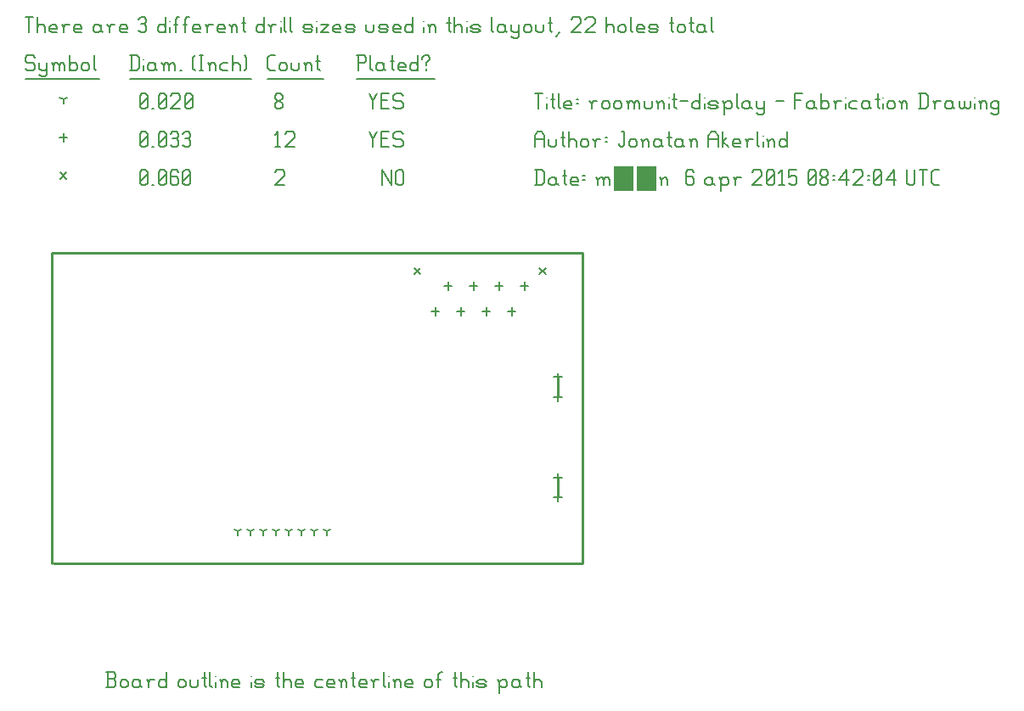
<source format=gbr>
G04 start of page 13 for group -3984 idx -3984 *
G04 Title: roomunit-display, fab *
G04 Creator: pcb 1.99z *
G04 CreationDate: mån  6 apr 2015 08:42:04 UTC *
G04 For: jonatan *
G04 Format: Gerber/RS-274X *
G04 PCB-Dimensions (mm): 60.00 42.00 *
G04 PCB-Coordinate-Origin: lower left *
%MOMM*%
%FSLAX43Y43*%
%LNFAB*%
%ADD57C,0.002*%
%ADD56C,0.254*%
%ADD55C,0.191*%
%ADD54C,0.152*%
%ADD53C,0.203*%
G54D53*X38786Y39460D02*X39395Y38850D01*
X38786D02*X39395Y39460D01*
X51283D02*X51892Y38850D01*
X51283D02*X51892Y39460D01*
X3505Y48972D02*X4115Y48363D01*
X3505D02*X4115Y48972D01*
G54D54*X35560Y49239D02*Y47715D01*
Y49239D02*X36512Y47715D01*
Y49239D02*Y47715D01*
X36970Y49048D02*Y47906D01*
Y49048D02*X37160Y49239D01*
X37541D01*
X37732Y49048D01*
Y47906D01*
X37541Y47715D02*X37732Y47906D01*
X37160Y47715D02*X37541D01*
X36970Y47906D02*X37160Y47715D01*
X24892Y49048D02*X25082Y49239D01*
X25654D01*
X25844Y49048D01*
Y48668D01*
X24892Y47715D02*X25844Y48668D01*
X24892Y47715D02*X25844D01*
X11430Y47906D02*X11620Y47715D01*
X11430Y49048D02*Y47906D01*
Y49048D02*X11620Y49239D01*
X12002D01*
X12192Y49048D01*
Y47906D01*
X12002Y47715D02*X12192Y47906D01*
X11620Y47715D02*X12002D01*
X11430Y48096D02*X12192Y48858D01*
X12649Y47715D02*X12840D01*
X13297Y47906D02*X13487Y47715D01*
X13297Y49048D02*Y47906D01*
Y49048D02*X13487Y49239D01*
X13868D01*
X14059Y49048D01*
Y47906D01*
X13868Y47715D02*X14059Y47906D01*
X13487Y47715D02*X13868D01*
X13297Y48096D02*X14059Y48858D01*
X15088Y49239D02*X15278Y49048D01*
X14707Y49239D02*X15088D01*
X14516Y49048D02*X14707Y49239D01*
X14516Y49048D02*Y47906D01*
X14707Y47715D01*
X15088Y48553D02*X15278Y48363D01*
X14516Y48553D02*X15088D01*
X14707Y47715D02*X15088D01*
X15278Y47906D01*
Y48363D02*Y47906D01*
X15735D02*X15926Y47715D01*
X15735Y49048D02*Y47906D01*
Y49048D02*X15926Y49239D01*
X16307D01*
X16497Y49048D01*
Y47906D01*
X16307Y47715D02*X16497Y47906D01*
X15926Y47715D02*X16307D01*
X15735Y48096D02*X16497Y48858D01*
X42164Y38088D02*Y37276D01*
X41758Y37682D02*X42570D01*
X44704Y38088D02*Y37276D01*
X44298Y37682D02*X45110D01*
X47244Y38088D02*Y37276D01*
X46838Y37682D02*X47650D01*
X49784Y38088D02*Y37276D01*
X49378Y37682D02*X50190D01*
X43434Y35548D02*Y34736D01*
X43028Y35142D02*X43840D01*
X45974Y35548D02*Y34736D01*
X45568Y35142D02*X46380D01*
X48514Y35548D02*Y34736D01*
X48108Y35142D02*X48920D01*
X40894Y35548D02*Y34736D01*
X40488Y35142D02*X41300D01*
X53109Y28977D02*Y28165D01*
X52703Y28571D02*X53515D01*
X53109Y26977D02*Y26165D01*
X52703Y26571D02*X53515D01*
X53109Y18977D02*Y18165D01*
X52703Y18571D02*X53515D01*
X53109Y16977D02*Y16165D01*
X52703Y16571D02*X53515D01*
X3810Y52884D02*Y52071D01*
X3404Y52478D02*X4216D01*
X34290Y53049D02*X34671Y52287D01*
X35052Y53049D01*
X34671Y52287D02*Y51525D01*
X35509Y52363D02*X36081D01*
X35509Y51525D02*X36271D01*
X35509Y53049D02*Y51525D01*
Y53049D02*X36271D01*
X37490D02*X37681Y52858D01*
X36919Y53049D02*X37490D01*
X36728Y52858D02*X36919Y53049D01*
X36728Y52858D02*Y52478D01*
X36919Y52287D01*
X37490D01*
X37681Y52096D01*
Y51716D01*
X37490Y51525D02*X37681Y51716D01*
X36919Y51525D02*X37490D01*
X36728Y51716D02*X36919Y51525D01*
X24892Y52744D02*X25197Y53049D01*
Y51525D01*
X24892D02*X25464D01*
X25921Y52858D02*X26111Y53049D01*
X26683D01*
X26873Y52858D01*
Y52478D01*
X25921Y51525D02*X26873Y52478D01*
X25921Y51525D02*X26873D01*
X11430Y51716D02*X11620Y51525D01*
X11430Y52858D02*Y51716D01*
Y52858D02*X11620Y53049D01*
X12002D01*
X12192Y52858D01*
Y51716D01*
X12002Y51525D02*X12192Y51716D01*
X11620Y51525D02*X12002D01*
X11430Y51906D02*X12192Y52668D01*
X12649Y51525D02*X12840D01*
X13297Y51716D02*X13487Y51525D01*
X13297Y52858D02*Y51716D01*
Y52858D02*X13487Y53049D01*
X13868D01*
X14059Y52858D01*
Y51716D01*
X13868Y51525D02*X14059Y51716D01*
X13487Y51525D02*X13868D01*
X13297Y51906D02*X14059Y52668D01*
X14516Y52858D02*X14707Y53049D01*
X15088D01*
X15278Y52858D01*
X15088Y51525D02*X15278Y51716D01*
X14707Y51525D02*X15088D01*
X14516Y51716D02*X14707Y51525D01*
Y52363D02*X15088D01*
X15278Y52858D02*Y52554D01*
Y52173D02*Y51716D01*
Y52173D02*X15088Y52363D01*
X15278Y52554D02*X15088Y52363D01*
X15735Y52858D02*X15926Y53049D01*
X16307D01*
X16497Y52858D01*
X16307Y51525D02*X16497Y51716D01*
X15926Y51525D02*X16307D01*
X15735Y51716D02*X15926Y51525D01*
Y52363D02*X16307D01*
X16497Y52858D02*Y52554D01*
Y52173D02*Y51716D01*
Y52173D02*X16307Y52363D01*
X16497Y52554D02*X16307Y52363D01*
X30099Y13171D02*Y12765D01*
Y13171D02*X30451Y13374D01*
X30099Y13171D02*X29747Y13374D01*
X28829Y13171D02*Y12765D01*
Y13171D02*X29181Y13374D01*
X28829Y13171D02*X28477Y13374D01*
X27559Y13171D02*Y12765D01*
Y13171D02*X27911Y13374D01*
X27559Y13171D02*X27207Y13374D01*
X26289Y13171D02*Y12765D01*
Y13171D02*X26641Y13374D01*
X26289Y13171D02*X25937Y13374D01*
X25019Y13171D02*Y12765D01*
Y13171D02*X25371Y13374D01*
X25019Y13171D02*X24667Y13374D01*
X23749Y13171D02*Y12765D01*
Y13171D02*X24101Y13374D01*
X23749Y13171D02*X23397Y13374D01*
X22479Y13171D02*Y12765D01*
Y13171D02*X22831Y13374D01*
X22479Y13171D02*X22127Y13374D01*
X21209Y13171D02*Y12765D01*
Y13171D02*X21561Y13374D01*
X21209Y13171D02*X20857Y13374D01*
X3810Y56288D02*Y55881D01*
Y56288D02*X4162Y56491D01*
X3810Y56288D02*X3458Y56491D01*
X34290Y56859D02*X34671Y56097D01*
X35052Y56859D01*
X34671Y56097D02*Y55335D01*
X35509Y56173D02*X36081D01*
X35509Y55335D02*X36271D01*
X35509Y56859D02*Y55335D01*
Y56859D02*X36271D01*
X37490D02*X37681Y56668D01*
X36919Y56859D02*X37490D01*
X36728Y56668D02*X36919Y56859D01*
X36728Y56668D02*Y56288D01*
X36919Y56097D01*
X37490D01*
X37681Y55906D01*
Y55526D01*
X37490Y55335D02*X37681Y55526D01*
X36919Y55335D02*X37490D01*
X36728Y55526D02*X36919Y55335D01*
X24892Y55526D02*X25082Y55335D01*
X24892Y55830D02*Y55526D01*
Y55830D02*X25159Y56097D01*
X25387D01*
X25654Y55830D01*
Y55526D01*
X25464Y55335D02*X25654Y55526D01*
X25082Y55335D02*X25464D01*
X24892Y56364D02*X25159Y56097D01*
X24892Y56668D02*Y56364D01*
Y56668D02*X25082Y56859D01*
X25464D01*
X25654Y56668D01*
Y56364D01*
X25387Y56097D02*X25654Y56364D01*
X11430Y55526D02*X11620Y55335D01*
X11430Y56668D02*Y55526D01*
Y56668D02*X11620Y56859D01*
X12002D01*
X12192Y56668D01*
Y55526D01*
X12002Y55335D02*X12192Y55526D01*
X11620Y55335D02*X12002D01*
X11430Y55716D02*X12192Y56478D01*
X12649Y55335D02*X12840D01*
X13297Y55526D02*X13487Y55335D01*
X13297Y56668D02*Y55526D01*
Y56668D02*X13487Y56859D01*
X13868D01*
X14059Y56668D01*
Y55526D01*
X13868Y55335D02*X14059Y55526D01*
X13487Y55335D02*X13868D01*
X13297Y55716D02*X14059Y56478D01*
X14516Y56668D02*X14707Y56859D01*
X15278D01*
X15469Y56668D01*
Y56288D01*
X14516Y55335D02*X15469Y56288D01*
X14516Y55335D02*X15469D01*
X15926Y55526D02*X16116Y55335D01*
X15926Y56668D02*Y55526D01*
Y56668D02*X16116Y56859D01*
X16497D01*
X16688Y56668D01*
Y55526D01*
X16497Y55335D02*X16688Y55526D01*
X16116Y55335D02*X16497D01*
X15926Y55716D02*X16688Y56478D01*
X762Y60669D02*X952Y60478D01*
X190Y60669D02*X762D01*
X0Y60478D02*X190Y60669D01*
X0Y60478D02*Y60098D01*
X190Y59907D01*
X762D01*
X952Y59716D01*
Y59336D01*
X762Y59145D02*X952Y59336D01*
X190Y59145D02*X762D01*
X0Y59336D02*X190Y59145D01*
X1410Y59907D02*Y59336D01*
X1600Y59145D01*
X2172Y59907D02*Y58764D01*
X1981Y58574D02*X2172Y58764D01*
X1600Y58574D02*X1981D01*
X1410Y58764D02*X1600Y58574D01*
Y59145D02*X1981D01*
X2172Y59336D01*
X2819Y59716D02*Y59145D01*
Y59716D02*X3010Y59907D01*
X3200D01*
X3391Y59716D01*
Y59145D01*
Y59716D02*X3581Y59907D01*
X3772D01*
X3962Y59716D01*
Y59145D01*
X2629Y59907D02*X2819Y59716D01*
X4420Y60669D02*Y59145D01*
Y59336D02*X4610Y59145D01*
X4991D01*
X5182Y59336D01*
Y59716D02*Y59336D01*
X4991Y59907D02*X5182Y59716D01*
X4610Y59907D02*X4991D01*
X4420Y59716D02*X4610Y59907D01*
X5639Y59716D02*Y59336D01*
Y59716D02*X5829Y59907D01*
X6210D01*
X6401Y59716D01*
Y59336D01*
X6210Y59145D02*X6401Y59336D01*
X5829Y59145D02*X6210D01*
X5639Y59336D02*X5829Y59145D01*
X6858Y60669D02*Y59336D01*
X7049Y59145D01*
X0Y58319D02*X7430D01*
X10604Y60669D02*Y59145D01*
X11100Y60669D02*X11366Y60402D01*
Y59412D01*
X11100Y59145D02*X11366Y59412D01*
X10414Y59145D02*X11100D01*
X10414Y60669D02*X11100D01*
G54D55*X11824Y60288D02*Y60250D01*
G54D54*Y59716D02*Y59145D01*
X12776Y59907D02*X12967Y59716D01*
X12395Y59907D02*X12776D01*
X12205Y59716D02*X12395Y59907D01*
X12205Y59716D02*Y59336D01*
X12395Y59145D01*
X12967Y59907D02*Y59336D01*
X13157Y59145D01*
X12395D02*X12776D01*
X12967Y59336D01*
X13805Y59716D02*Y59145D01*
Y59716D02*X13995Y59907D01*
X14186D01*
X14376Y59716D01*
Y59145D01*
Y59716D02*X14567Y59907D01*
X14757D01*
X14948Y59716D01*
Y59145D01*
X13614Y59907D02*X13805Y59716D01*
X15405Y59145D02*X15596D01*
X16739Y59336D02*X16929Y59145D01*
X16739Y60478D02*X16929Y60669D01*
X16739Y60478D02*Y59336D01*
X17386Y60669D02*X17767D01*
X17577D02*Y59145D01*
X17386D02*X17767D01*
X18415Y59716D02*Y59145D01*
Y59716D02*X18606Y59907D01*
X18796D01*
X18987Y59716D01*
Y59145D01*
X18225Y59907D02*X18415Y59716D01*
X19634Y59907D02*X20206D01*
X19444Y59716D02*X19634Y59907D01*
X19444Y59716D02*Y59336D01*
X19634Y59145D01*
X20206D01*
X20663Y60669D02*Y59145D01*
Y59716D02*X20853Y59907D01*
X21234D01*
X21425Y59716D01*
Y59145D01*
X21882Y60669D02*X22073Y60478D01*
Y59336D01*
X21882Y59145D02*X22073Y59336D01*
X10414Y58319D02*X22530D01*
X24397Y59145D02*X24892D01*
X24130Y59412D02*X24397Y59145D01*
X24130Y60402D02*Y59412D01*
Y60402D02*X24397Y60669D01*
X24892D01*
X25349Y59716D02*Y59336D01*
Y59716D02*X25540Y59907D01*
X25921D01*
X26111Y59716D01*
Y59336D01*
X25921Y59145D02*X26111Y59336D01*
X25540Y59145D02*X25921D01*
X25349Y59336D02*X25540Y59145D01*
X26568Y59907D02*Y59336D01*
X26759Y59145D01*
X27140D01*
X27330Y59336D01*
Y59907D02*Y59336D01*
X27978Y59716D02*Y59145D01*
Y59716D02*X28169Y59907D01*
X28359D01*
X28550Y59716D01*
Y59145D01*
X27788Y59907D02*X27978Y59716D01*
X29197Y60669D02*Y59336D01*
X29388Y59145D01*
X29007Y60098D02*X29388D01*
X24130Y58319D02*X29769D01*
X33210Y60669D02*Y59145D01*
X33020Y60669D02*X33782D01*
X33972Y60478D01*
Y60098D01*
X33782Y59907D02*X33972Y60098D01*
X33210Y59907D02*X33782D01*
X34430Y60669D02*Y59336D01*
X34620Y59145D01*
X35573Y59907D02*X35763Y59716D01*
X35192Y59907D02*X35573D01*
X35001Y59716D02*X35192Y59907D01*
X35001Y59716D02*Y59336D01*
X35192Y59145D01*
X35763Y59907D02*Y59336D01*
X35954Y59145D01*
X35192D02*X35573D01*
X35763Y59336D01*
X36601Y60669D02*Y59336D01*
X36792Y59145D01*
X36411Y60098D02*X36792D01*
X37363Y59145D02*X37935D01*
X37173Y59336D02*X37363Y59145D01*
X37173Y59716D02*Y59336D01*
Y59716D02*X37363Y59907D01*
X37744D01*
X37935Y59716D01*
X37173Y59526D02*X37935D01*
Y59716D02*Y59526D01*
X39154Y60669D02*Y59145D01*
X38964D02*X39154Y59336D01*
X38583Y59145D02*X38964D01*
X38392Y59336D02*X38583Y59145D01*
X38392Y59716D02*Y59336D01*
Y59716D02*X38583Y59907D01*
X38964D01*
X39154Y59716D01*
X39992Y59907D02*Y59716D01*
Y59336D02*Y59145D01*
X39611Y60478D02*Y60288D01*
Y60478D02*X39802Y60669D01*
X40183D01*
X40373Y60478D01*
Y60288D01*
X39992Y59907D02*X40373Y60288D01*
X33020Y58319D02*X40831D01*
X0Y64479D02*X762D01*
X381D02*Y62955D01*
X1219Y64479D02*Y62955D01*
Y63526D02*X1410Y63717D01*
X1791D01*
X1981Y63526D01*
Y62955D01*
X2629D02*X3200D01*
X2438Y63146D02*X2629Y62955D01*
X2438Y63526D02*Y63146D01*
Y63526D02*X2629Y63717D01*
X3010D01*
X3200Y63526D01*
X2438Y63336D02*X3200D01*
Y63526D02*Y63336D01*
X3848Y63526D02*Y62955D01*
Y63526D02*X4039Y63717D01*
X4420D01*
X3658D02*X3848Y63526D01*
X5067Y62955D02*X5639D01*
X4877Y63146D02*X5067Y62955D01*
X4877Y63526D02*Y63146D01*
Y63526D02*X5067Y63717D01*
X5448D01*
X5639Y63526D01*
X4877Y63336D02*X5639D01*
Y63526D02*Y63336D01*
X7353Y63717D02*X7544Y63526D01*
X6972Y63717D02*X7353D01*
X6782Y63526D02*X6972Y63717D01*
X6782Y63526D02*Y63146D01*
X6972Y62955D01*
X7544Y63717D02*Y63146D01*
X7734Y62955D01*
X6972D02*X7353D01*
X7544Y63146D01*
X8382Y63526D02*Y62955D01*
Y63526D02*X8573Y63717D01*
X8954D01*
X8192D02*X8382Y63526D01*
X9601Y62955D02*X10173D01*
X9411Y63146D02*X9601Y62955D01*
X9411Y63526D02*Y63146D01*
Y63526D02*X9601Y63717D01*
X9982D01*
X10173Y63526D01*
X9411Y63336D02*X10173D01*
Y63526D02*Y63336D01*
X11316Y64288D02*X11506Y64479D01*
X11887D01*
X12078Y64288D01*
X11887Y62955D02*X12078Y63146D01*
X11506Y62955D02*X11887D01*
X11316Y63146D02*X11506Y62955D01*
Y63793D02*X11887D01*
X12078Y64288D02*Y63984D01*
Y63603D02*Y63146D01*
Y63603D02*X11887Y63793D01*
X12078Y63984D02*X11887Y63793D01*
X13983Y64479D02*Y62955D01*
X13792D02*X13983Y63146D01*
X13411Y62955D02*X13792D01*
X13221Y63146D02*X13411Y62955D01*
X13221Y63526D02*Y63146D01*
Y63526D02*X13411Y63717D01*
X13792D01*
X13983Y63526D01*
G54D55*X14440Y64098D02*Y64060D01*
G54D54*Y63526D02*Y62955D01*
X15011Y64288D02*Y62955D01*
Y64288D02*X15202Y64479D01*
X15392D01*
X14821Y63717D02*X15202D01*
X15964Y64288D02*Y62955D01*
Y64288D02*X16154Y64479D01*
X16345D01*
X15773Y63717D02*X16154D01*
X16916Y62955D02*X17488D01*
X16726Y63146D02*X16916Y62955D01*
X16726Y63526D02*Y63146D01*
Y63526D02*X16916Y63717D01*
X17297D01*
X17488Y63526D01*
X16726Y63336D02*X17488D01*
Y63526D02*Y63336D01*
X18136Y63526D02*Y62955D01*
Y63526D02*X18326Y63717D01*
X18707D01*
X17945D02*X18136Y63526D01*
X19355Y62955D02*X19926D01*
X19164Y63146D02*X19355Y62955D01*
X19164Y63526D02*Y63146D01*
Y63526D02*X19355Y63717D01*
X19736D01*
X19926Y63526D01*
X19164Y63336D02*X19926D01*
Y63526D02*Y63336D01*
X20574Y63526D02*Y62955D01*
Y63526D02*X20765Y63717D01*
X20955D01*
X21146Y63526D01*
Y62955D01*
X20384Y63717D02*X20574Y63526D01*
X21793Y64479D02*Y63146D01*
X21984Y62955D01*
X21603Y63908D02*X21984D01*
X23813Y64479D02*Y62955D01*
X23622D02*X23813Y63146D01*
X23241Y62955D02*X23622D01*
X23051Y63146D02*X23241Y62955D01*
X23051Y63526D02*Y63146D01*
Y63526D02*X23241Y63717D01*
X23622D01*
X23813Y63526D01*
X24460D02*Y62955D01*
Y63526D02*X24651Y63717D01*
X25032D01*
X24270D02*X24460Y63526D01*
G54D55*X25489Y64098D02*Y64060D01*
G54D54*Y63526D02*Y62955D01*
X25870Y64479D02*Y63146D01*
X26060Y62955D01*
X26441Y64479D02*Y63146D01*
X26632Y62955D01*
X27889D02*X28461D01*
X28651Y63146D01*
X28461Y63336D02*X28651Y63146D01*
X27889Y63336D02*X28461D01*
X27699Y63526D02*X27889Y63336D01*
X27699Y63526D02*X27889Y63717D01*
X28461D01*
X28651Y63526D01*
X27699Y63146D02*X27889Y62955D01*
G54D55*X29108Y64098D02*Y64060D01*
G54D54*Y63526D02*Y62955D01*
X29489Y63717D02*X30251D01*
X29489Y62955D02*X30251Y63717D01*
X29489Y62955D02*X30251D01*
X30899D02*X31471D01*
X30709Y63146D02*X30899Y62955D01*
X30709Y63526D02*Y63146D01*
Y63526D02*X30899Y63717D01*
X31280D01*
X31471Y63526D01*
X30709Y63336D02*X31471D01*
Y63526D02*Y63336D01*
X32118Y62955D02*X32690D01*
X32880Y63146D01*
X32690Y63336D02*X32880Y63146D01*
X32118Y63336D02*X32690D01*
X31928Y63526D02*X32118Y63336D01*
X31928Y63526D02*X32118Y63717D01*
X32690D01*
X32880Y63526D01*
X31928Y63146D02*X32118Y62955D01*
X34023Y63717D02*Y63146D01*
X34214Y62955D01*
X34595D01*
X34785Y63146D01*
Y63717D02*Y63146D01*
X35433Y62955D02*X36005D01*
X36195Y63146D01*
X36005Y63336D02*X36195Y63146D01*
X35433Y63336D02*X36005D01*
X35243Y63526D02*X35433Y63336D01*
X35243Y63526D02*X35433Y63717D01*
X36005D01*
X36195Y63526D01*
X35243Y63146D02*X35433Y62955D01*
X36843D02*X37414D01*
X36652Y63146D02*X36843Y62955D01*
X36652Y63526D02*Y63146D01*
Y63526D02*X36843Y63717D01*
X37224D01*
X37414Y63526D01*
X36652Y63336D02*X37414D01*
Y63526D02*Y63336D01*
X38633Y64479D02*Y62955D01*
X38443D02*X38633Y63146D01*
X38062Y62955D02*X38443D01*
X37871Y63146D02*X38062Y62955D01*
X37871Y63526D02*Y63146D01*
Y63526D02*X38062Y63717D01*
X38443D01*
X38633Y63526D01*
G54D55*X39776Y64098D02*Y64060D01*
G54D54*Y63526D02*Y62955D01*
X40348Y63526D02*Y62955D01*
Y63526D02*X40538Y63717D01*
X40729D01*
X40919Y63526D01*
Y62955D01*
X40157Y63717D02*X40348Y63526D01*
X42253Y64479D02*Y63146D01*
X42443Y62955D01*
X42062Y63908D02*X42443D01*
X42824Y64479D02*Y62955D01*
Y63526D02*X43015Y63717D01*
X43396D01*
X43586Y63526D01*
Y62955D01*
G54D55*X44044Y64098D02*Y64060D01*
G54D54*Y63526D02*Y62955D01*
X44615D02*X45187D01*
X45377Y63146D01*
X45187Y63336D02*X45377Y63146D01*
X44615Y63336D02*X45187D01*
X44425Y63526D02*X44615Y63336D01*
X44425Y63526D02*X44615Y63717D01*
X45187D01*
X45377Y63526D01*
X44425Y63146D02*X44615Y62955D01*
X46520Y64479D02*Y63146D01*
X46711Y62955D01*
X47663Y63717D02*X47854Y63526D01*
X47282Y63717D02*X47663D01*
X47092Y63526D02*X47282Y63717D01*
X47092Y63526D02*Y63146D01*
X47282Y62955D01*
X47854Y63717D02*Y63146D01*
X48044Y62955D01*
X47282D02*X47663D01*
X47854Y63146D01*
X48501Y63717D02*Y63146D01*
X48692Y62955D01*
X49263Y63717D02*Y62574D01*
X49073Y62384D02*X49263Y62574D01*
X48692Y62384D02*X49073D01*
X48501Y62574D02*X48692Y62384D01*
Y62955D02*X49073D01*
X49263Y63146D01*
X49721Y63526D02*Y63146D01*
Y63526D02*X49911Y63717D01*
X50292D01*
X50483Y63526D01*
Y63146D01*
X50292Y62955D02*X50483Y63146D01*
X49911Y62955D02*X50292D01*
X49721Y63146D02*X49911Y62955D01*
X50940Y63717D02*Y63146D01*
X51130Y62955D01*
X51511D01*
X51702Y63146D01*
Y63717D02*Y63146D01*
X52349Y64479D02*Y63146D01*
X52540Y62955D01*
X52159Y63908D02*X52540D01*
X52921Y62574D02*X53302Y62955D01*
X54445Y64288D02*X54635Y64479D01*
X55207D01*
X55397Y64288D01*
Y63908D01*
X54445Y62955D02*X55397Y63908D01*
X54445Y62955D02*X55397D01*
X55855Y64288D02*X56045Y64479D01*
X56617D01*
X56807Y64288D01*
Y63908D01*
X55855Y62955D02*X56807Y63908D01*
X55855Y62955D02*X56807D01*
X57950Y64479D02*Y62955D01*
Y63526D02*X58141Y63717D01*
X58522D01*
X58712Y63526D01*
Y62955D01*
X59169Y63526D02*Y63146D01*
Y63526D02*X59360Y63717D01*
X59741D01*
X59931Y63526D01*
Y63146D01*
X59741Y62955D02*X59931Y63146D01*
X59360Y62955D02*X59741D01*
X59169Y63146D02*X59360Y62955D01*
X60389Y64479D02*Y63146D01*
X60579Y62955D01*
X61151D02*X61722D01*
X60960Y63146D02*X61151Y62955D01*
X60960Y63526D02*Y63146D01*
Y63526D02*X61151Y63717D01*
X61532D01*
X61722Y63526D01*
X60960Y63336D02*X61722D01*
Y63526D02*Y63336D01*
X62370Y62955D02*X62941D01*
X63132Y63146D01*
X62941Y63336D02*X63132Y63146D01*
X62370Y63336D02*X62941D01*
X62179Y63526D02*X62370Y63336D01*
X62179Y63526D02*X62370Y63717D01*
X62941D01*
X63132Y63526D01*
X62179Y63146D02*X62370Y62955D01*
X64465Y64479D02*Y63146D01*
X64656Y62955D01*
X64275Y63908D02*X64656D01*
X65037Y63526D02*Y63146D01*
Y63526D02*X65227Y63717D01*
X65608D01*
X65799Y63526D01*
Y63146D01*
X65608Y62955D02*X65799Y63146D01*
X65227Y62955D02*X65608D01*
X65037Y63146D02*X65227Y62955D01*
X66446Y64479D02*Y63146D01*
X66637Y62955D01*
X66256Y63908D02*X66637D01*
X67589Y63717D02*X67780Y63526D01*
X67208Y63717D02*X67589D01*
X67018Y63526D02*X67208Y63717D01*
X67018Y63526D02*Y63146D01*
X67208Y62955D01*
X67780Y63717D02*Y63146D01*
X67970Y62955D01*
X67208D02*X67589D01*
X67780Y63146D01*
X68428Y64479D02*Y63146D01*
X68618Y62955D01*
G54D56*X55610Y9980D02*X55587Y40984D01*
X2667D01*
Y9996D01*
X2794Y9980D02*X55610Y9980D01*
X53109Y28571D02*Y26571D01*
Y18571D02*Y16571D01*
G54D54*X8073Y-2413D02*X8835D01*
X9026Y-2222D01*
Y-1765D02*Y-2222D01*
X8835Y-1575D02*X9026Y-1765D01*
X8264Y-1575D02*X8835D01*
X8264Y-889D02*Y-2413D01*
X8073Y-889D02*X8835D01*
X9026Y-1080D01*
Y-1384D01*
X8835Y-1575D02*X9026Y-1384D01*
X9483Y-1842D02*Y-2222D01*
Y-1842D02*X9674Y-1651D01*
X10055D01*
X10245Y-1842D01*
Y-2222D01*
X10055Y-2413D02*X10245Y-2222D01*
X9674Y-2413D02*X10055D01*
X9483Y-2222D02*X9674Y-2413D01*
X11274Y-1651D02*X11464Y-1842D01*
X10893Y-1651D02*X11274D01*
X10702Y-1842D02*X10893Y-1651D01*
X10702Y-1842D02*Y-2222D01*
X10893Y-2413D01*
X11464Y-1651D02*Y-2222D01*
X11655Y-2413D01*
X10893D02*X11274D01*
X11464Y-2222D01*
X12303Y-1842D02*Y-2413D01*
Y-1842D02*X12493Y-1651D01*
X12874D01*
X12112D02*X12303Y-1842D01*
X14093Y-889D02*Y-2413D01*
X13903D02*X14093Y-2222D01*
X13522Y-2413D02*X13903D01*
X13331Y-2222D02*X13522Y-2413D01*
X13331Y-1842D02*Y-2222D01*
Y-1842D02*X13522Y-1651D01*
X13903D01*
X14093Y-1842D01*
X15236D02*Y-2222D01*
Y-1842D02*X15427Y-1651D01*
X15808D01*
X15998Y-1842D01*
Y-2222D01*
X15808Y-2413D02*X15998Y-2222D01*
X15427Y-2413D02*X15808D01*
X15236Y-2222D02*X15427Y-2413D01*
X16455Y-1651D02*Y-2222D01*
X16646Y-2413D01*
X17027D01*
X17217Y-2222D01*
Y-1651D02*Y-2222D01*
X17865Y-889D02*Y-2222D01*
X18056Y-2413D01*
X17675Y-1460D02*X18056D01*
X18437Y-889D02*Y-2222D01*
X18627Y-2413D01*
G54D55*X19008Y-1270D02*Y-1308D01*
G54D54*Y-1842D02*Y-2413D01*
X19580Y-1842D02*Y-2413D01*
Y-1842D02*X19770Y-1651D01*
X19961D01*
X20151Y-1842D01*
Y-2413D01*
X19389Y-1651D02*X19580Y-1842D01*
X20799Y-2413D02*X21370D01*
X20608Y-2222D02*X20799Y-2413D01*
X20608Y-1842D02*Y-2222D01*
Y-1842D02*X20799Y-1651D01*
X21180D01*
X21370Y-1842D01*
X20608Y-2032D02*X21370D01*
Y-1842D02*Y-2032D01*
G54D55*X22513Y-1270D02*Y-1308D01*
G54D54*Y-1842D02*Y-2413D01*
X23085D02*X23656D01*
X23847Y-2222D01*
X23656Y-2032D02*X23847Y-2222D01*
X23085Y-2032D02*X23656D01*
X22894Y-1842D02*X23085Y-2032D01*
X22894Y-1842D02*X23085Y-1651D01*
X23656D01*
X23847Y-1842D01*
X22894Y-2222D02*X23085Y-2413D01*
X25180Y-889D02*Y-2222D01*
X25371Y-2413D01*
X24990Y-1460D02*X25371D01*
X25752Y-889D02*Y-2413D01*
Y-1842D02*X25942Y-1651D01*
X26323D01*
X26514Y-1842D01*
Y-2413D01*
X27162D02*X27733D01*
X26971Y-2222D02*X27162Y-2413D01*
X26971Y-1842D02*Y-2222D01*
Y-1842D02*X27162Y-1651D01*
X27543D01*
X27733Y-1842D01*
X26971Y-2032D02*X27733D01*
Y-1842D02*Y-2032D01*
X29067Y-1651D02*X29638D01*
X28876Y-1842D02*X29067Y-1651D01*
X28876Y-1842D02*Y-2222D01*
X29067Y-2413D01*
X29638D01*
X30286D02*X30857D01*
X30095Y-2222D02*X30286Y-2413D01*
X30095Y-1842D02*Y-2222D01*
Y-1842D02*X30286Y-1651D01*
X30667D01*
X30857Y-1842D01*
X30095Y-2032D02*X30857D01*
Y-1842D02*Y-2032D01*
X31505Y-1842D02*Y-2413D01*
Y-1842D02*X31695Y-1651D01*
X31886D01*
X32076Y-1842D01*
Y-2413D01*
X31314Y-1651D02*X31505Y-1842D01*
X32724Y-889D02*Y-2222D01*
X32915Y-2413D01*
X32534Y-1460D02*X32915D01*
X33486Y-2413D02*X34058D01*
X33296Y-2222D02*X33486Y-2413D01*
X33296Y-1842D02*Y-2222D01*
Y-1842D02*X33486Y-1651D01*
X33867D01*
X34058Y-1842D01*
X33296Y-2032D02*X34058D01*
Y-1842D02*Y-2032D01*
X34705Y-1842D02*Y-2413D01*
Y-1842D02*X34896Y-1651D01*
X35277D01*
X34515D02*X34705Y-1842D01*
X35734Y-889D02*Y-2222D01*
X35925Y-2413D01*
G54D55*X36306Y-1270D02*Y-1308D01*
G54D54*Y-1842D02*Y-2413D01*
X36877Y-1842D02*Y-2413D01*
Y-1842D02*X37068Y-1651D01*
X37258D01*
X37449Y-1842D01*
Y-2413D01*
X36687Y-1651D02*X36877Y-1842D01*
X38096Y-2413D02*X38668D01*
X37906Y-2222D02*X38096Y-2413D01*
X37906Y-1842D02*Y-2222D01*
Y-1842D02*X38096Y-1651D01*
X38477D01*
X38668Y-1842D01*
X37906Y-2032D02*X38668D01*
Y-1842D02*Y-2032D01*
X39811Y-1842D02*Y-2222D01*
Y-1842D02*X40001Y-1651D01*
X40382D01*
X40573Y-1842D01*
Y-2222D01*
X40382Y-2413D02*X40573Y-2222D01*
X40001Y-2413D02*X40382D01*
X39811Y-2222D02*X40001Y-2413D01*
X41220Y-1080D02*Y-2413D01*
Y-1080D02*X41411Y-889D01*
X41601D01*
X41030Y-1651D02*X41411D01*
X42859Y-889D02*Y-2222D01*
X43049Y-2413D01*
X42668Y-1460D02*X43049D01*
X43430Y-889D02*Y-2413D01*
Y-1842D02*X43621Y-1651D01*
X44002D01*
X44192Y-1842D01*
Y-2413D01*
G54D55*X44649Y-1270D02*Y-1308D01*
G54D54*Y-1842D02*Y-2413D01*
X45221D02*X45792D01*
X45983Y-2222D01*
X45792Y-2032D02*X45983Y-2222D01*
X45221Y-2032D02*X45792D01*
X45030Y-1842D02*X45221Y-2032D01*
X45030Y-1842D02*X45221Y-1651D01*
X45792D01*
X45983Y-1842D01*
X45030Y-2222D02*X45221Y-2413D01*
X47316Y-1842D02*Y-2984D01*
X47126Y-1651D02*X47316Y-1842D01*
X47507Y-1651D01*
X47888D01*
X48078Y-1842D01*
Y-2222D01*
X47888Y-2413D02*X48078Y-2222D01*
X47507Y-2413D02*X47888D01*
X47316Y-2222D02*X47507Y-2413D01*
X49107Y-1651D02*X49298Y-1842D01*
X48726Y-1651D02*X49107D01*
X48536Y-1842D02*X48726Y-1651D01*
X48536Y-1842D02*Y-2222D01*
X48726Y-2413D01*
X49298Y-1651D02*Y-2222D01*
X49488Y-2413D01*
X48726D02*X49107D01*
X49298Y-2222D01*
X50136Y-889D02*Y-2222D01*
X50326Y-2413D01*
X49945Y-1460D02*X50326D01*
X50707Y-889D02*Y-2413D01*
Y-1842D02*X50898Y-1651D01*
X51279D01*
X51469Y-1842D01*
Y-2413D01*
X50990Y49239D02*Y47715D01*
X51486Y49239D02*X51752Y48972D01*
Y47982D01*
X51486Y47715D02*X51752Y47982D01*
X50800Y47715D02*X51486D01*
X50800Y49239D02*X51486D01*
X52781Y48477D02*X52972Y48286D01*
X52400Y48477D02*X52781D01*
X52210Y48286D02*X52400Y48477D01*
X52210Y48286D02*Y47906D01*
X52400Y47715D01*
X52972Y48477D02*Y47906D01*
X53162Y47715D01*
X52400D02*X52781D01*
X52972Y47906D01*
X53810Y49239D02*Y47906D01*
X54000Y47715D01*
X53619Y48668D02*X54000D01*
X54572Y47715D02*X55143D01*
X54381Y47906D02*X54572Y47715D01*
X54381Y48286D02*Y47906D01*
Y48286D02*X54572Y48477D01*
X54953D01*
X55143Y48286D01*
X54381Y48096D02*X55143D01*
Y48286D02*Y48096D01*
X55601Y48668D02*X55791D01*
X55601Y48286D02*X55791D01*
X57125D02*Y47715D01*
Y48286D02*X57315Y48477D01*
X57506D01*
X57696Y48286D01*
Y47715D01*
Y48286D02*X57887Y48477D01*
X58077D01*
X58268Y48286D01*
Y47715D01*
X56934Y48477D02*X57125Y48286D01*
G54D57*G36*
X58725Y49620D02*Y47143D01*
X60630D01*
Y49620D01*
X58725D01*
G37*
G36*
X61011D02*Y47143D01*
X62916D01*
Y49620D01*
X61011D01*
G37*
G54D54*X63487Y48286D02*Y47715D01*
Y48286D02*X63678Y48477D01*
X63868D01*
X64059Y48286D01*
Y47715D01*
X63297Y48477D02*X63487Y48286D01*
X66459Y49239D02*X66650Y49048D01*
X66078Y49239D02*X66459D01*
X65888Y49048D02*X66078Y49239D01*
X65888Y49048D02*Y47906D01*
X66078Y47715D01*
X66459Y48553D02*X66650Y48363D01*
X65888Y48553D02*X66459D01*
X66078Y47715D02*X66459D01*
X66650Y47906D01*
Y48363D02*Y47906D01*
X68364Y48477D02*X68555Y48286D01*
X67983Y48477D02*X68364D01*
X67793Y48286D02*X67983Y48477D01*
X67793Y48286D02*Y47906D01*
X67983Y47715D01*
X68555Y48477D02*Y47906D01*
X68745Y47715D01*
X67983D02*X68364D01*
X68555Y47906D01*
X69393Y48286D02*Y47144D01*
X69202Y48477D02*X69393Y48286D01*
X69583Y48477D01*
X69964D01*
X70155Y48286D01*
Y47906D01*
X69964Y47715D02*X70155Y47906D01*
X69583Y47715D02*X69964D01*
X69393Y47906D02*X69583Y47715D01*
X70803Y48286D02*Y47715D01*
Y48286D02*X70993Y48477D01*
X71374D01*
X70612D02*X70803Y48286D01*
X72517Y49048D02*X72708Y49239D01*
X73279D01*
X73470Y49048D01*
Y48668D01*
X72517Y47715D02*X73470Y48668D01*
X72517Y47715D02*X73470D01*
X73927Y47906D02*X74117Y47715D01*
X73927Y49048D02*Y47906D01*
Y49048D02*X74117Y49239D01*
X74498D01*
X74689Y49048D01*
Y47906D01*
X74498Y47715D02*X74689Y47906D01*
X74117Y47715D02*X74498D01*
X73927Y48096D02*X74689Y48858D01*
X75146Y48934D02*X75451Y49239D01*
Y47715D01*
X75146D02*X75717D01*
X76175Y49239D02*X76937D01*
X76175D02*Y48477D01*
X76365Y48668D01*
X76746D01*
X76937Y48477D01*
Y47906D01*
X76746Y47715D02*X76937Y47906D01*
X76365Y47715D02*X76746D01*
X76175Y47906D02*X76365Y47715D01*
X78080Y47906D02*X78270Y47715D01*
X78080Y49048D02*Y47906D01*
Y49048D02*X78270Y49239D01*
X78651D01*
X78842Y49048D01*
Y47906D01*
X78651Y47715D02*X78842Y47906D01*
X78270Y47715D02*X78651D01*
X78080Y48096D02*X78842Y48858D01*
X79299Y47906D02*X79489Y47715D01*
X79299Y48210D02*Y47906D01*
Y48210D02*X79566Y48477D01*
X79794D01*
X80061Y48210D01*
Y47906D01*
X79870Y47715D02*X80061Y47906D01*
X79489Y47715D02*X79870D01*
X79299Y48744D02*X79566Y48477D01*
X79299Y49048D02*Y48744D01*
Y49048D02*X79489Y49239D01*
X79870D01*
X80061Y49048D01*
Y48744D01*
X79794Y48477D02*X80061Y48744D01*
X80518Y48668D02*X80709D01*
X80518Y48286D02*X80709D01*
X81166D02*X81928Y49239D01*
X81166Y48286D02*X82118D01*
X81928Y49239D02*Y47715D01*
X82575Y49048D02*X82766Y49239D01*
X83337D01*
X83528Y49048D01*
Y48668D01*
X82575Y47715D02*X83528Y48668D01*
X82575Y47715D02*X83528D01*
X83985Y48668D02*X84176D01*
X83985Y48286D02*X84176D01*
X84633Y47906D02*X84823Y47715D01*
X84633Y49048D02*Y47906D01*
Y49048D02*X84823Y49239D01*
X85204D01*
X85395Y49048D01*
Y47906D01*
X85204Y47715D02*X85395Y47906D01*
X84823Y47715D02*X85204D01*
X84633Y48096D02*X85395Y48858D01*
X85852Y48286D02*X86614Y49239D01*
X85852Y48286D02*X86805D01*
X86614Y49239D02*Y47715D01*
X87948Y49239D02*Y47906D01*
X88138Y47715D01*
X88519D01*
X88710Y47906D01*
Y49239D02*Y47906D01*
X89167Y49239D02*X89929D01*
X89548D02*Y47715D01*
X90653D02*X91148D01*
X90386Y47982D02*X90653Y47715D01*
X90386Y48972D02*Y47982D01*
Y48972D02*X90653Y49239D01*
X91148D01*
X50800Y52668D02*Y51525D01*
Y52668D02*X51067Y53049D01*
X51486D01*
X51752Y52668D01*
Y51525D01*
X50800Y52287D02*X51752D01*
X52210D02*Y51716D01*
X52400Y51525D01*
X52781D01*
X52972Y51716D01*
Y52287D02*Y51716D01*
X53619Y53049D02*Y51716D01*
X53810Y51525D01*
X53429Y52478D02*X53810D01*
X54191Y53049D02*Y51525D01*
Y52096D02*X54381Y52287D01*
X54762D01*
X54953Y52096D01*
Y51525D01*
X55410Y52096D02*Y51716D01*
Y52096D02*X55601Y52287D01*
X55982D01*
X56172Y52096D01*
Y51716D01*
X55982Y51525D02*X56172Y51716D01*
X55601Y51525D02*X55982D01*
X55410Y51716D02*X55601Y51525D01*
X56820Y52096D02*Y51525D01*
Y52096D02*X57010Y52287D01*
X57391D01*
X56629D02*X56820Y52096D01*
X57849Y52478D02*X58039D01*
X57849Y52096D02*X58039D01*
X59449Y53049D02*X59754D01*
Y51716D01*
X59563Y51525D02*X59754Y51716D01*
X59373Y51525D02*X59563D01*
X59182Y51716D02*X59373Y51525D01*
X59182Y51906D02*Y51716D01*
X60211Y52096D02*Y51716D01*
Y52096D02*X60401Y52287D01*
X60782D01*
X60973Y52096D01*
Y51716D01*
X60782Y51525D02*X60973Y51716D01*
X60401Y51525D02*X60782D01*
X60211Y51716D02*X60401Y51525D01*
X61620Y52096D02*Y51525D01*
Y52096D02*X61811Y52287D01*
X62001D01*
X62192Y52096D01*
Y51525D01*
X61430Y52287D02*X61620Y52096D01*
X63221Y52287D02*X63411Y52096D01*
X62840Y52287D02*X63221D01*
X62649Y52096D02*X62840Y52287D01*
X62649Y52096D02*Y51716D01*
X62840Y51525D01*
X63411Y52287D02*Y51716D01*
X63602Y51525D01*
X62840D02*X63221D01*
X63411Y51716D01*
X64249Y53049D02*Y51716D01*
X64440Y51525D01*
X64059Y52478D02*X64440D01*
X65392Y52287D02*X65583Y52096D01*
X65011Y52287D02*X65392D01*
X64821Y52096D02*X65011Y52287D01*
X64821Y52096D02*Y51716D01*
X65011Y51525D01*
X65583Y52287D02*Y51716D01*
X65773Y51525D01*
X65011D02*X65392D01*
X65583Y51716D01*
X66421Y52096D02*Y51525D01*
Y52096D02*X66612Y52287D01*
X66802D01*
X66993Y52096D01*
Y51525D01*
X66231Y52287D02*X66421Y52096D01*
X68136Y52668D02*Y51525D01*
Y52668D02*X68402Y53049D01*
X68821D01*
X69088Y52668D01*
Y51525D01*
X68136Y52287D02*X69088D01*
X69545Y53049D02*Y51525D01*
Y52096D02*X70117Y51525D01*
X69545Y52096D02*X69926Y52478D01*
X70764Y51525D02*X71336D01*
X70574Y51716D02*X70764Y51525D01*
X70574Y52096D02*Y51716D01*
Y52096D02*X70764Y52287D01*
X71145D01*
X71336Y52096D01*
X70574Y51906D02*X71336D01*
Y52096D02*Y51906D01*
X71984Y52096D02*Y51525D01*
Y52096D02*X72174Y52287D01*
X72555D01*
X71793D02*X71984Y52096D01*
X73012Y53049D02*Y51716D01*
X73203Y51525D01*
G54D55*X73584Y52668D02*Y52630D01*
G54D54*Y52096D02*Y51525D01*
X74155Y52096D02*Y51525D01*
Y52096D02*X74346Y52287D01*
X74536D01*
X74727Y52096D01*
Y51525D01*
X73965Y52287D02*X74155Y52096D01*
X75946Y53049D02*Y51525D01*
X75756D02*X75946Y51716D01*
X75375Y51525D02*X75756D01*
X75184Y51716D02*X75375Y51525D01*
X75184Y52096D02*Y51716D01*
Y52096D02*X75375Y52287D01*
X75756D01*
X75946Y52096D01*
X50800Y56859D02*X51562D01*
X51181D02*Y55335D01*
G54D55*X52019Y56478D02*Y56440D01*
G54D54*Y55906D02*Y55335D01*
X52591Y56859D02*Y55526D01*
X52781Y55335D01*
X52400Y56288D02*X52781D01*
X53162Y56859D02*Y55526D01*
X53353Y55335D01*
X53924D02*X54496D01*
X53734Y55526D02*X53924Y55335D01*
X53734Y55906D02*Y55526D01*
Y55906D02*X53924Y56097D01*
X54305D01*
X54496Y55906D01*
X53734Y55716D02*X54496D01*
Y55906D02*Y55716D01*
X54953Y56288D02*X55143D01*
X54953Y55906D02*X55143D01*
X56477D02*Y55335D01*
Y55906D02*X56667Y56097D01*
X57048D01*
X56286D02*X56477Y55906D01*
X57506D02*Y55526D01*
Y55906D02*X57696Y56097D01*
X58077D01*
X58268Y55906D01*
Y55526D01*
X58077Y55335D02*X58268Y55526D01*
X57696Y55335D02*X58077D01*
X57506Y55526D02*X57696Y55335D01*
X58725Y55906D02*Y55526D01*
Y55906D02*X58915Y56097D01*
X59296D01*
X59487Y55906D01*
Y55526D01*
X59296Y55335D02*X59487Y55526D01*
X58915Y55335D02*X59296D01*
X58725Y55526D02*X58915Y55335D01*
X60135Y55906D02*Y55335D01*
Y55906D02*X60325Y56097D01*
X60516D01*
X60706Y55906D01*
Y55335D01*
Y55906D02*X60897Y56097D01*
X61087D01*
X61278Y55906D01*
Y55335D01*
X59944Y56097D02*X60135Y55906D01*
X61735Y56097D02*Y55526D01*
X61925Y55335D01*
X62306D01*
X62497Y55526D01*
Y56097D02*Y55526D01*
X63144Y55906D02*Y55335D01*
Y55906D02*X63335Y56097D01*
X63525D01*
X63716Y55906D01*
Y55335D01*
X62954Y56097D02*X63144Y55906D01*
G54D55*X64173Y56478D02*Y56440D01*
G54D54*Y55906D02*Y55335D01*
X64745Y56859D02*Y55526D01*
X64935Y55335D01*
X64554Y56288D02*X64935D01*
X65316Y56097D02*X66078D01*
X67297Y56859D02*Y55335D01*
X67107D02*X67297Y55526D01*
X66726Y55335D02*X67107D01*
X66535Y55526D02*X66726Y55335D01*
X66535Y55906D02*Y55526D01*
Y55906D02*X66726Y56097D01*
X67107D01*
X67297Y55906D01*
G54D55*X67755Y56478D02*Y56440D01*
G54D54*Y55906D02*Y55335D01*
X68326D02*X68898D01*
X69088Y55526D01*
X68898Y55716D02*X69088Y55526D01*
X68326Y55716D02*X68898D01*
X68136Y55906D02*X68326Y55716D01*
X68136Y55906D02*X68326Y56097D01*
X68898D01*
X69088Y55906D01*
X68136Y55526D02*X68326Y55335D01*
X69736Y55906D02*Y54764D01*
X69545Y56097D02*X69736Y55906D01*
X69926Y56097D01*
X70307D01*
X70498Y55906D01*
Y55526D01*
X70307Y55335D02*X70498Y55526D01*
X69926Y55335D02*X70307D01*
X69736Y55526D02*X69926Y55335D01*
X70955Y56859D02*Y55526D01*
X71145Y55335D01*
X72098Y56097D02*X72288Y55906D01*
X71717Y56097D02*X72098D01*
X71526Y55906D02*X71717Y56097D01*
X71526Y55906D02*Y55526D01*
X71717Y55335D01*
X72288Y56097D02*Y55526D01*
X72479Y55335D01*
X71717D02*X72098D01*
X72288Y55526D01*
X72936Y56097D02*Y55526D01*
X73127Y55335D01*
X73698Y56097D02*Y54954D01*
X73508Y54764D02*X73698Y54954D01*
X73127Y54764D02*X73508D01*
X72936Y54954D02*X73127Y54764D01*
Y55335D02*X73508D01*
X73698Y55526D01*
X74841Y56097D02*X75603D01*
X76746Y56859D02*Y55335D01*
Y56859D02*X77508D01*
X76746Y56173D02*X77318D01*
X78537Y56097D02*X78727Y55906D01*
X78156Y56097D02*X78537D01*
X77965Y55906D02*X78156Y56097D01*
X77965Y55906D02*Y55526D01*
X78156Y55335D01*
X78727Y56097D02*Y55526D01*
X78918Y55335D01*
X78156D02*X78537D01*
X78727Y55526D01*
X79375Y56859D02*Y55335D01*
Y55526D02*X79566Y55335D01*
X79947D01*
X80137Y55526D01*
Y55906D02*Y55526D01*
X79947Y56097D02*X80137Y55906D01*
X79566Y56097D02*X79947D01*
X79375Y55906D02*X79566Y56097D01*
X80785Y55906D02*Y55335D01*
Y55906D02*X80975Y56097D01*
X81356D01*
X80594D02*X80785Y55906D01*
G54D55*X81813Y56478D02*Y56440D01*
G54D54*Y55906D02*Y55335D01*
X82385Y56097D02*X82956D01*
X82194Y55906D02*X82385Y56097D01*
X82194Y55906D02*Y55526D01*
X82385Y55335D01*
X82956D01*
X83985Y56097D02*X84176Y55906D01*
X83604Y56097D02*X83985D01*
X83414Y55906D02*X83604Y56097D01*
X83414Y55906D02*Y55526D01*
X83604Y55335D01*
X84176Y56097D02*Y55526D01*
X84366Y55335D01*
X83604D02*X83985D01*
X84176Y55526D01*
X85014Y56859D02*Y55526D01*
X85204Y55335D01*
X84823Y56288D02*X85204D01*
G54D55*X85585Y56478D02*Y56440D01*
G54D54*Y55906D02*Y55335D01*
X85966Y55906D02*Y55526D01*
Y55906D02*X86157Y56097D01*
X86538D01*
X86728Y55906D01*
Y55526D01*
X86538Y55335D02*X86728Y55526D01*
X86157Y55335D02*X86538D01*
X85966Y55526D02*X86157Y55335D01*
X87376Y55906D02*Y55335D01*
Y55906D02*X87567Y56097D01*
X87757D01*
X87948Y55906D01*
Y55335D01*
X87186Y56097D02*X87376Y55906D01*
X89281Y56859D02*Y55335D01*
X89776Y56859D02*X90043Y56592D01*
Y55602D01*
X89776Y55335D02*X90043Y55602D01*
X89091Y55335D02*X89776D01*
X89091Y56859D02*X89776D01*
X90691Y55906D02*Y55335D01*
Y55906D02*X90881Y56097D01*
X91262D01*
X90500D02*X90691Y55906D01*
X92291Y56097D02*X92481Y55906D01*
X91910Y56097D02*X92291D01*
X91719Y55906D02*X91910Y56097D01*
X91719Y55906D02*Y55526D01*
X91910Y55335D01*
X92481Y56097D02*Y55526D01*
X92672Y55335D01*
X91910D02*X92291D01*
X92481Y55526D01*
X93129Y56097D02*Y55526D01*
X93320Y55335D01*
X93510D01*
X93701Y55526D01*
Y56097D02*Y55526D01*
X93891Y55335D01*
X94082D01*
X94272Y55526D01*
Y56097D02*Y55526D01*
G54D55*X94729Y56478D02*Y56440D01*
G54D54*Y55906D02*Y55335D01*
X95301Y55906D02*Y55335D01*
Y55906D02*X95491Y56097D01*
X95682D01*
X95872Y55906D01*
Y55335D01*
X95110Y56097D02*X95301Y55906D01*
X96901Y56097D02*X97092Y55906D01*
X96520Y56097D02*X96901D01*
X96330Y55906D02*X96520Y56097D01*
X96330Y55906D02*Y55526D01*
X96520Y55335D01*
X96901D01*
X97092Y55526D01*
X96330Y54954D02*X96520Y54764D01*
X96901D01*
X97092Y54954D01*
Y56097D02*Y54954D01*
M02*

</source>
